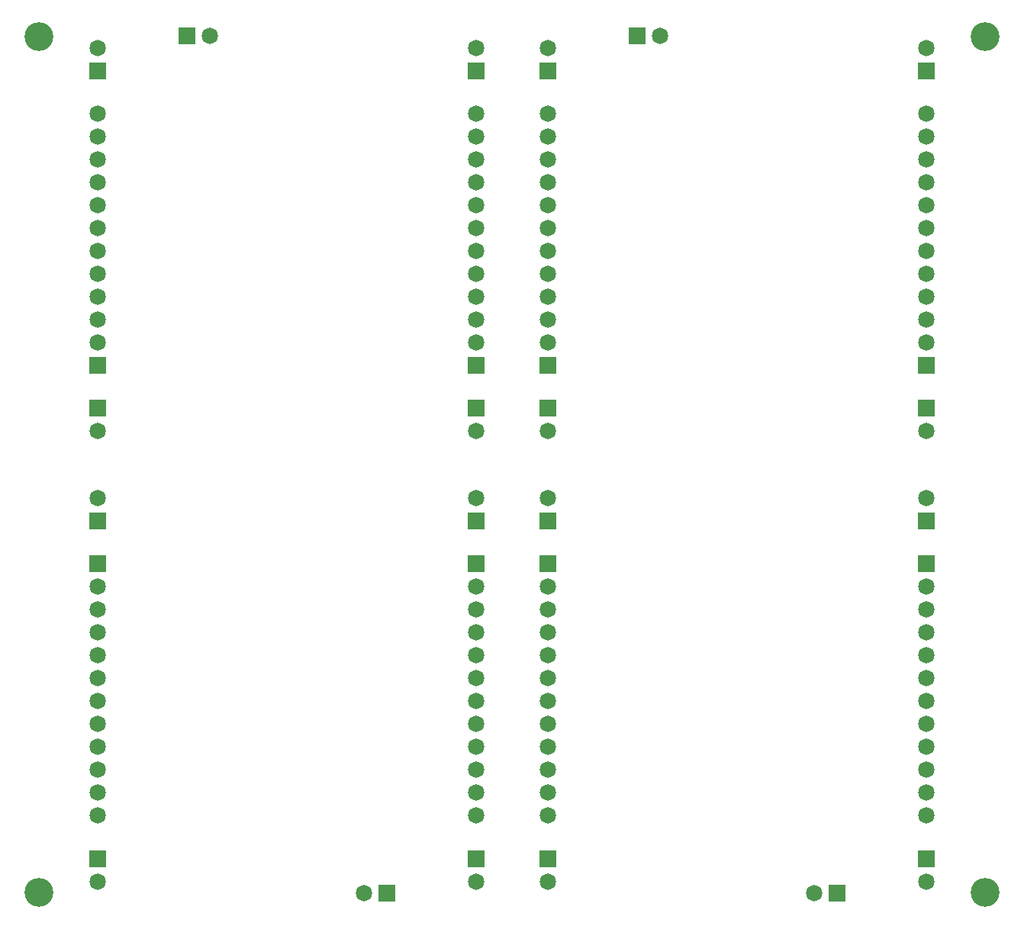
<source format=gbs>
G04*
G04 #@! TF.GenerationSoftware,Altium Limited,Altium Designer,21.2.2 (38)*
G04*
G04 Layer_Color=16711935*
%FSLAX24Y24*%
%MOIN*%
G70*
G04*
G04 #@! TF.SameCoordinates,7BEC17FB-94DA-460C-997F-5D10B4D38A6F*
G04*
G04*
G04 #@! TF.FilePolarity,Negative*
G04*
G01*
G75*
%ADD94C,0.1261*%
%ADD95C,0.0719*%
%ADD96R,0.0719X0.0719*%
%ADD97R,0.0719X0.0719*%
D94*
X40354Y-18701D02*
D03*
Y18701D02*
D03*
X-984D02*
D03*
Y-18701D02*
D03*
D95*
X1575Y1469D02*
D03*
Y8343D02*
D03*
Y7343D02*
D03*
Y11343D02*
D03*
Y12343D02*
D03*
Y15343D02*
D03*
Y9343D02*
D03*
Y6343D02*
D03*
Y5343D02*
D03*
Y10343D02*
D03*
Y13343D02*
D03*
Y14343D02*
D03*
X6480Y18720D02*
D03*
X18110Y15343D02*
D03*
Y14343D02*
D03*
Y13343D02*
D03*
Y12343D02*
D03*
Y11343D02*
D03*
Y10343D02*
D03*
Y5343D02*
D03*
Y6343D02*
D03*
Y7343D02*
D03*
Y8343D02*
D03*
Y9343D02*
D03*
Y1469D02*
D03*
Y18217D02*
D03*
X1575D02*
D03*
X21260Y1469D02*
D03*
Y8343D02*
D03*
Y7343D02*
D03*
Y11343D02*
D03*
Y12343D02*
D03*
Y15343D02*
D03*
Y9343D02*
D03*
Y6343D02*
D03*
Y5343D02*
D03*
Y10343D02*
D03*
Y13343D02*
D03*
Y14343D02*
D03*
X26165Y18720D02*
D03*
X37795Y15343D02*
D03*
Y14343D02*
D03*
Y13343D02*
D03*
Y12343D02*
D03*
Y11343D02*
D03*
Y10343D02*
D03*
Y5343D02*
D03*
Y6343D02*
D03*
Y7343D02*
D03*
Y8343D02*
D03*
Y9343D02*
D03*
Y1469D02*
D03*
Y18217D02*
D03*
X21260D02*
D03*
X37795Y-1469D02*
D03*
Y-8343D02*
D03*
Y-7343D02*
D03*
Y-11343D02*
D03*
Y-12343D02*
D03*
Y-15343D02*
D03*
Y-9343D02*
D03*
Y-6343D02*
D03*
Y-5343D02*
D03*
Y-10343D02*
D03*
Y-13343D02*
D03*
Y-14343D02*
D03*
X32890Y-18720D02*
D03*
X21260Y-15343D02*
D03*
Y-14343D02*
D03*
Y-13343D02*
D03*
Y-12343D02*
D03*
Y-11343D02*
D03*
Y-10343D02*
D03*
Y-5343D02*
D03*
Y-6343D02*
D03*
Y-7343D02*
D03*
Y-8343D02*
D03*
Y-9343D02*
D03*
Y-1469D02*
D03*
Y-18217D02*
D03*
X37795D02*
D03*
X18110Y-1469D02*
D03*
Y-8343D02*
D03*
Y-7343D02*
D03*
Y-11343D02*
D03*
Y-12343D02*
D03*
Y-15343D02*
D03*
Y-9343D02*
D03*
Y-6343D02*
D03*
Y-5343D02*
D03*
Y-10343D02*
D03*
Y-13343D02*
D03*
Y-14343D02*
D03*
X13205Y-18720D02*
D03*
X1575Y-15343D02*
D03*
Y-14343D02*
D03*
Y-13343D02*
D03*
Y-12343D02*
D03*
Y-11343D02*
D03*
Y-10343D02*
D03*
Y-5343D02*
D03*
Y-6343D02*
D03*
Y-7343D02*
D03*
Y-8343D02*
D03*
Y-9343D02*
D03*
Y-1469D02*
D03*
Y-18217D02*
D03*
X18110D02*
D03*
D96*
X1575Y2468D02*
D03*
Y4343D02*
D03*
X18110D02*
D03*
Y2468D02*
D03*
Y17217D02*
D03*
X1575D02*
D03*
X21260Y2468D02*
D03*
Y4343D02*
D03*
X37795D02*
D03*
Y2468D02*
D03*
Y17217D02*
D03*
X21260D02*
D03*
X37795Y-2468D02*
D03*
Y-4343D02*
D03*
X21260D02*
D03*
Y-2468D02*
D03*
Y-17217D02*
D03*
X37795D02*
D03*
X18110Y-2468D02*
D03*
Y-4343D02*
D03*
X1575D02*
D03*
Y-2468D02*
D03*
Y-17217D02*
D03*
X18110D02*
D03*
D97*
X5480Y18720D02*
D03*
X25165D02*
D03*
X33890Y-18720D02*
D03*
X14205D02*
D03*
M02*

</source>
